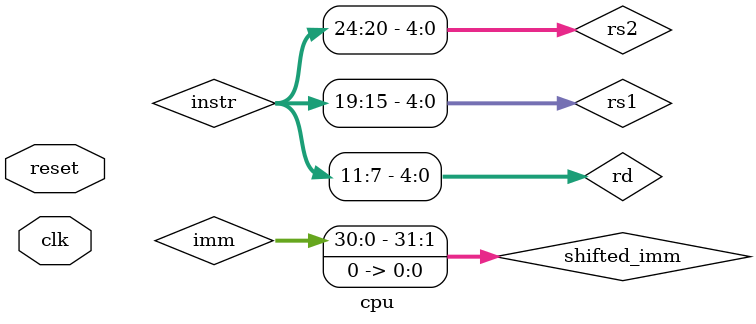
<source format=v>
module cpu
// IO ports
(
    input wire clk, reset
);

// internal signal declaration
wire [31:0] pc_in, pc_out;
wire [31:0] instr;
wire pc_src, zero, branch;
assign pc_src = branch & zero;

wire [31:0] imm, shifted_imm;
wire [1:0] imm_sel;
assign shifted_imm = imm << 1;

wire [31:0] reg_read_data_1, reg_read_data_2, reg_write_data; 
wire [4:0] rs1, rs2, rd;
wire reg_write_en;
assign rs1 = instr[19:15];
assign rs2 = instr[24:20];
assign rd = instr[11:7];

wire AluSrc;
wire [3:0] ALUControl;
wire [31:0] ALUResult, ALUop2;
wire [1:0] ALUop;

wire MemtoReg, MemRead, MemWrite;
wire [31:0] MemData;

//body
// IF stage
assign pc_in = pc_src ? (pc_out + shifted_imm) : (pc_out + 4);
pc program_counter (.clk(clk), .reset(reset), .pc_in(pc_in), .pc_out(pc_out));
instr_mem rom (.pc(pc_out), .reset(reset), .instr(instr));

// ID stage
control_unit main_control_unit (.opcode(instr[6:0]), .ImmSel(imm_sel), .aluOP(ALUop),
                                .reg_write_en(reg_write_en), .aluSrc(AluSrc), 
                                .MemtoReg(MemtoReg), .MemRead(MemRead),
                                .MemWrite(MemWrite), .branch(branch));
register_file reg_file (.clk(clk), .reset(reset), .reg_read_addr_1(rs1),
                        .reg_read_data_1(reg_read_data_1), .reg_read_addr_2(rs2),
                        .reg_read_data_2(reg_read_data_2), .reg_write_addr(rd),
                        .reg_write_en(reg_write_en), .reg_write_data(reg_write_data));
imm_gen imm_gen (.instr(instr), .imm_sel(imm_sel), .imm(imm));

// EX stage
assign ALUop2 = AluSrc ? imm : reg_read_data_2;
alu_control alu_control_unit (.aluOP(ALUop), .funct3(instr[14:12]), .funct7(instr[30]),
                              .aluControl(ALUControl));
alu alu (.a(reg_read_data_1), .b(ALUop2), .alu_control(ALUControl), 
         .alu_result(ALUResult), .zero_flag(zero));

// MEM stage
data_memory ram (.clk(clk), .reset(reset), .addr(ALUResult), .write_data(reg_read_data_2),
                 .MemRead(MemRead), .MemWrite(MemWrite), .read_data(MemData));

// WB stage
assign reg_write_data = MemtoReg ? MemData : ALUResult;

endmodule

</source>
